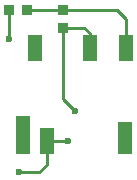
<source format=gtl>
G04 #@! TF.FileFunction,Copper,L1,Top,Signal*
%FSLAX46Y46*%
G04 Gerber Fmt 4.6, Leading zero omitted, Abs format (unit mm)*
G04 Created by KiCad (PCBNEW 4.0.1-stable) date 2016/07/21 14:16:31*
%MOMM*%
G01*
G04 APERTURE LIST*
%ADD10C,0.100000*%
%ADD11R,1.270000X3.302000*%
%ADD12R,1.270000X2.286000*%
%ADD13R,1.270000X2.794000*%
%ADD14R,0.889000X0.889000*%
%ADD15C,0.600000*%
%ADD16C,0.250000*%
G04 APERTURE END LIST*
D10*
D11*
X119485000Y-92979000D03*
D12*
X121517000Y-93487000D03*
D13*
X128121000Y-93233000D03*
D12*
X120501000Y-85613000D03*
X125200000Y-85613000D03*
X128248000Y-85613000D03*
D14*
X118288000Y-82400000D03*
X119812000Y-82400000D03*
X122900000Y-83912000D03*
X122900000Y-82388000D03*
D15*
X119200000Y-96150000D03*
X123300000Y-93550000D03*
X123900000Y-90950000D03*
X118300000Y-84850000D03*
D16*
X119200000Y-96150000D02*
X120900000Y-96150000D01*
X120900000Y-96150000D02*
X121517000Y-95533000D01*
X121517000Y-95533000D02*
X121517000Y-93487000D01*
X123237000Y-93487000D02*
X123300000Y-93550000D01*
X121517000Y-93487000D02*
X123237000Y-93487000D01*
X122900000Y-89950000D02*
X123900000Y-90950000D01*
X122900000Y-83912000D02*
X122900000Y-89950000D01*
X124712000Y-83912000D02*
X125200000Y-84400000D01*
X125200000Y-84400000D02*
X125200000Y-85613000D01*
X122900000Y-83912000D02*
X124712000Y-83912000D01*
X128248000Y-83148000D02*
X127488000Y-82388000D01*
X127488000Y-82388000D02*
X122900000Y-82388000D01*
X128248000Y-85613000D02*
X128248000Y-83148000D01*
X122888000Y-82400000D02*
X122900000Y-82388000D01*
X119812000Y-82400000D02*
X122888000Y-82400000D01*
X118288000Y-84838000D02*
X118300000Y-84850000D01*
X118288000Y-82400000D02*
X118288000Y-84838000D01*
M02*

</source>
